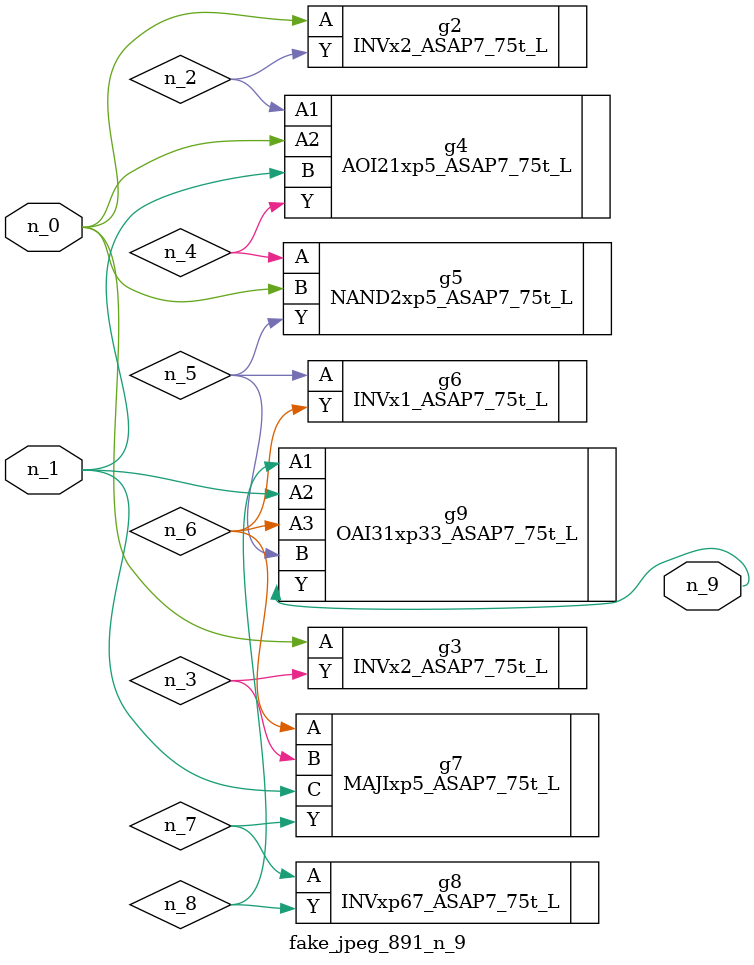
<source format=v>
module fake_jpeg_891_n_9 (n_0, n_1, n_9);

input n_0;
input n_1;

output n_9;

wire n_2;
wire n_3;
wire n_4;
wire n_8;
wire n_6;
wire n_5;
wire n_7;

INVx2_ASAP7_75t_L g2 ( 
.A(n_0),
.Y(n_2)
);

INVx2_ASAP7_75t_L g3 ( 
.A(n_0),
.Y(n_3)
);

AOI21xp5_ASAP7_75t_L g4 ( 
.A1(n_2),
.A2(n_0),
.B(n_1),
.Y(n_4)
);

NAND2xp5_ASAP7_75t_L g5 ( 
.A(n_4),
.B(n_0),
.Y(n_5)
);

INVx1_ASAP7_75t_L g6 ( 
.A(n_5),
.Y(n_6)
);

MAJIxp5_ASAP7_75t_L g7 ( 
.A(n_6),
.B(n_3),
.C(n_1),
.Y(n_7)
);

INVxp67_ASAP7_75t_L g8 ( 
.A(n_7),
.Y(n_8)
);

OAI31xp33_ASAP7_75t_L g9 ( 
.A1(n_8),
.A2(n_1),
.A3(n_6),
.B(n_5),
.Y(n_9)
);


endmodule
</source>
